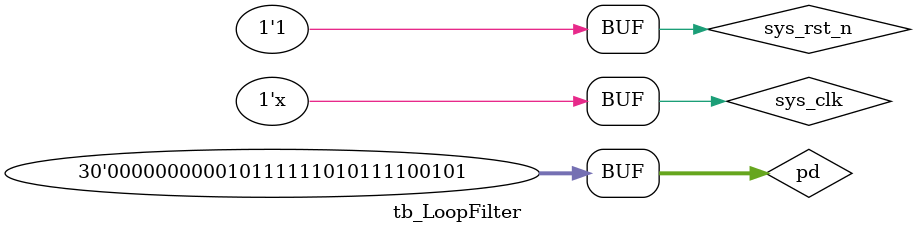
<source format=v>
`timescale 1ns/1ns 

module tb_LoopFilter();

reg sys_clk;
reg sys_rst_n;
reg signed[29:0]pd;
wire signed[31:0] frequency_df;

initial
    begin
        sys_clk = 1'b1;
        sys_rst_n <= 1'b0;
        pd <= 30'd30;
        #200
        sys_rst_n <= 1'b1;
        pd <= 30'd87514;
        #20000
        pd <= 30'd783845;
    end 
    
always #10 sys_clk = ~sys_clk;

LoopFilter LoopFilter_inst
(
	.rst              (sys_rst_n),
	.clk              (sys_clk         ),
	.pd               (pd          ),
	.frequency_df     (frequency_df)
);


endmodule
</source>
